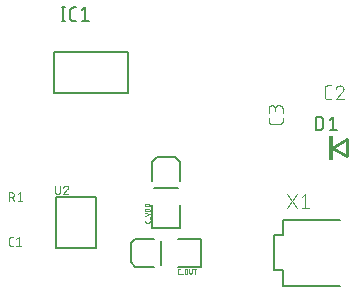
<source format=gbr>
G04 EAGLE Gerber X2 export*
%TF.Part,Single*%
%TF.FileFunction,Legend,Top,1*%
%TF.FilePolarity,Positive*%
%TF.GenerationSoftware,Autodesk,EAGLE,9.1.0*%
%TF.CreationDate,2018-08-06T08:24:04Z*%
G75*
%MOMM*%
%FSLAX34Y34*%
%LPD*%
%AMOC8*
5,1,8,0,0,1.08239X$1,22.5*%
G01*
%ADD10C,0.076200*%
%ADD11C,0.203200*%
%ADD12C,0.127000*%
%ADD13C,0.025400*%
%ADD14C,0.050800*%
%ADD15C,0.101600*%
%ADD16C,0.152400*%
%ADD17C,0.254000*%
%ADD18R,0.300000X2.100000*%


D10*
X35405Y56531D02*
X33768Y56531D01*
X33690Y56533D01*
X33612Y56538D01*
X33535Y56548D01*
X33458Y56561D01*
X33382Y56577D01*
X33307Y56597D01*
X33233Y56621D01*
X33160Y56648D01*
X33088Y56679D01*
X33018Y56713D01*
X32950Y56750D01*
X32883Y56791D01*
X32818Y56835D01*
X32756Y56881D01*
X32696Y56931D01*
X32638Y56983D01*
X32583Y57038D01*
X32531Y57096D01*
X32481Y57156D01*
X32435Y57218D01*
X32391Y57283D01*
X32350Y57350D01*
X32313Y57418D01*
X32279Y57488D01*
X32248Y57560D01*
X32221Y57633D01*
X32197Y57707D01*
X32177Y57782D01*
X32161Y57858D01*
X32148Y57935D01*
X32138Y58012D01*
X32133Y58090D01*
X32131Y58168D01*
X32131Y62260D01*
X32133Y62340D01*
X32139Y62420D01*
X32149Y62500D01*
X32162Y62579D01*
X32180Y62658D01*
X32201Y62735D01*
X32227Y62811D01*
X32256Y62886D01*
X32288Y62960D01*
X32324Y63032D01*
X32364Y63102D01*
X32407Y63169D01*
X32453Y63235D01*
X32503Y63298D01*
X32555Y63359D01*
X32610Y63418D01*
X32669Y63473D01*
X32729Y63525D01*
X32793Y63575D01*
X32859Y63621D01*
X32926Y63664D01*
X32996Y63704D01*
X33068Y63740D01*
X33142Y63772D01*
X33216Y63801D01*
X33293Y63827D01*
X33370Y63848D01*
X33449Y63866D01*
X33528Y63879D01*
X33608Y63889D01*
X33688Y63895D01*
X33768Y63897D01*
X35405Y63897D01*
X38250Y62260D02*
X40296Y63897D01*
X40296Y56531D01*
X38250Y56531D02*
X42342Y56531D01*
D11*
X175100Y62800D02*
X195100Y62800D01*
X195100Y38800D01*
X175100Y38800D01*
X155100Y62800D02*
X139100Y62800D01*
X135100Y58800D01*
X135100Y42800D01*
X139100Y38800D01*
X155100Y38800D01*
D12*
X161290Y40640D02*
X161290Y60960D01*
D13*
X175804Y33053D02*
X176651Y33053D01*
X175804Y33053D02*
X175749Y33055D01*
X175693Y33060D01*
X175639Y33069D01*
X175585Y33082D01*
X175532Y33098D01*
X175480Y33117D01*
X175429Y33140D01*
X175381Y33166D01*
X175333Y33196D01*
X175288Y33228D01*
X175246Y33263D01*
X175205Y33301D01*
X175167Y33342D01*
X175132Y33384D01*
X175100Y33429D01*
X175070Y33477D01*
X175044Y33525D01*
X175021Y33576D01*
X175002Y33628D01*
X174986Y33681D01*
X174973Y33735D01*
X174964Y33789D01*
X174959Y33845D01*
X174957Y33900D01*
X174958Y33900D02*
X174958Y36016D01*
X174957Y36016D02*
X174959Y36074D01*
X174965Y36131D01*
X174975Y36188D01*
X174988Y36245D01*
X175006Y36300D01*
X175027Y36353D01*
X175052Y36406D01*
X175080Y36456D01*
X175112Y36504D01*
X175147Y36551D01*
X175185Y36594D01*
X175226Y36635D01*
X175269Y36673D01*
X175316Y36708D01*
X175364Y36740D01*
X175414Y36768D01*
X175467Y36793D01*
X175520Y36814D01*
X175575Y36832D01*
X175632Y36845D01*
X175689Y36855D01*
X175746Y36861D01*
X175804Y36863D01*
X176651Y36863D01*
X177861Y32630D02*
X179554Y32630D01*
X180941Y34111D02*
X180941Y35805D01*
X180942Y35805D02*
X180944Y35869D01*
X180950Y35933D01*
X180959Y35996D01*
X180973Y36058D01*
X180990Y36120D01*
X181011Y36180D01*
X181035Y36239D01*
X181063Y36297D01*
X181095Y36352D01*
X181129Y36406D01*
X181167Y36457D01*
X181208Y36507D01*
X181252Y36553D01*
X181298Y36597D01*
X181348Y36638D01*
X181399Y36676D01*
X181453Y36710D01*
X181508Y36742D01*
X181566Y36770D01*
X181625Y36794D01*
X181685Y36815D01*
X181747Y36832D01*
X181809Y36846D01*
X181872Y36855D01*
X181936Y36861D01*
X182000Y36863D01*
X182064Y36861D01*
X182128Y36855D01*
X182191Y36846D01*
X182253Y36832D01*
X182315Y36815D01*
X182375Y36794D01*
X182434Y36770D01*
X182492Y36742D01*
X182547Y36710D01*
X182601Y36676D01*
X182652Y36638D01*
X182702Y36597D01*
X182748Y36553D01*
X182792Y36507D01*
X182833Y36457D01*
X182871Y36406D01*
X182905Y36352D01*
X182937Y36297D01*
X182965Y36239D01*
X182989Y36180D01*
X183010Y36120D01*
X183027Y36058D01*
X183041Y35996D01*
X183050Y35933D01*
X183056Y35869D01*
X183058Y35805D01*
X183058Y34111D01*
X183056Y34047D01*
X183050Y33983D01*
X183041Y33920D01*
X183027Y33858D01*
X183010Y33796D01*
X182989Y33736D01*
X182965Y33677D01*
X182937Y33619D01*
X182905Y33564D01*
X182871Y33510D01*
X182833Y33459D01*
X182792Y33409D01*
X182748Y33363D01*
X182702Y33319D01*
X182652Y33278D01*
X182601Y33240D01*
X182547Y33206D01*
X182492Y33174D01*
X182434Y33146D01*
X182375Y33122D01*
X182315Y33101D01*
X182253Y33084D01*
X182191Y33070D01*
X182128Y33061D01*
X182064Y33055D01*
X182000Y33053D01*
X181936Y33055D01*
X181872Y33061D01*
X181809Y33070D01*
X181747Y33084D01*
X181685Y33101D01*
X181625Y33122D01*
X181566Y33146D01*
X181508Y33174D01*
X181453Y33206D01*
X181399Y33240D01*
X181348Y33278D01*
X181298Y33319D01*
X181252Y33363D01*
X181208Y33409D01*
X181167Y33459D01*
X181129Y33510D01*
X181095Y33564D01*
X181063Y33619D01*
X181035Y33677D01*
X181011Y33736D01*
X180990Y33796D01*
X180973Y33858D01*
X180959Y33920D01*
X180950Y33983D01*
X180944Y34047D01*
X180942Y34111D01*
X184721Y34111D02*
X184721Y36863D01*
X184721Y34111D02*
X184723Y34047D01*
X184729Y33983D01*
X184738Y33920D01*
X184752Y33858D01*
X184769Y33796D01*
X184790Y33736D01*
X184814Y33677D01*
X184842Y33619D01*
X184874Y33564D01*
X184908Y33510D01*
X184946Y33459D01*
X184987Y33409D01*
X185031Y33363D01*
X185077Y33319D01*
X185127Y33278D01*
X185178Y33240D01*
X185232Y33206D01*
X185287Y33174D01*
X185345Y33146D01*
X185404Y33122D01*
X185464Y33101D01*
X185526Y33084D01*
X185588Y33070D01*
X185651Y33061D01*
X185715Y33055D01*
X185779Y33053D01*
X185843Y33055D01*
X185907Y33061D01*
X185970Y33070D01*
X186032Y33084D01*
X186094Y33101D01*
X186154Y33122D01*
X186213Y33146D01*
X186271Y33174D01*
X186326Y33206D01*
X186380Y33240D01*
X186431Y33278D01*
X186481Y33319D01*
X186527Y33363D01*
X186571Y33409D01*
X186612Y33459D01*
X186650Y33510D01*
X186684Y33564D01*
X186716Y33619D01*
X186744Y33677D01*
X186768Y33736D01*
X186789Y33796D01*
X186806Y33858D01*
X186820Y33920D01*
X186829Y33983D01*
X186835Y34047D01*
X186837Y34111D01*
X186837Y36863D01*
X189315Y36863D02*
X189315Y33053D01*
X188256Y36863D02*
X190373Y36863D01*
D11*
X177100Y71600D02*
X177100Y91600D01*
X177100Y71600D02*
X153100Y71600D01*
X153100Y91600D01*
X177100Y111600D02*
X177100Y127600D01*
X173100Y131600D01*
X157100Y131600D01*
X153100Y127600D01*
X153100Y111600D01*
D12*
X154940Y105410D02*
X175260Y105410D01*
D13*
X151163Y78020D02*
X151163Y77174D01*
X151161Y77116D01*
X151155Y77059D01*
X151145Y77002D01*
X151132Y76945D01*
X151114Y76890D01*
X151093Y76837D01*
X151068Y76784D01*
X151040Y76734D01*
X151008Y76686D01*
X150973Y76639D01*
X150935Y76596D01*
X150894Y76555D01*
X150851Y76517D01*
X150804Y76482D01*
X150756Y76450D01*
X150706Y76422D01*
X150653Y76397D01*
X150600Y76376D01*
X150545Y76358D01*
X150488Y76345D01*
X150431Y76335D01*
X150374Y76329D01*
X150316Y76327D01*
X148200Y76327D01*
X148142Y76329D01*
X148085Y76335D01*
X148028Y76345D01*
X147971Y76358D01*
X147916Y76376D01*
X147863Y76397D01*
X147810Y76422D01*
X147760Y76450D01*
X147712Y76482D01*
X147665Y76517D01*
X147622Y76555D01*
X147581Y76596D01*
X147543Y76639D01*
X147508Y76686D01*
X147476Y76734D01*
X147448Y76784D01*
X147423Y76837D01*
X147402Y76890D01*
X147384Y76945D01*
X147371Y77002D01*
X147361Y77059D01*
X147355Y77116D01*
X147353Y77174D01*
X147353Y78020D01*
X151586Y79230D02*
X151586Y80924D01*
X151163Y83369D02*
X147353Y82099D01*
X147353Y84639D02*
X151163Y83369D01*
X151163Y86090D02*
X147353Y86090D01*
X147353Y87148D01*
X147355Y87212D01*
X147361Y87276D01*
X147370Y87339D01*
X147384Y87401D01*
X147401Y87463D01*
X147422Y87523D01*
X147446Y87582D01*
X147474Y87640D01*
X147506Y87695D01*
X147540Y87749D01*
X147578Y87800D01*
X147619Y87850D01*
X147663Y87896D01*
X147709Y87940D01*
X147759Y87981D01*
X147810Y88019D01*
X147864Y88053D01*
X147919Y88085D01*
X147977Y88113D01*
X148036Y88137D01*
X148096Y88158D01*
X148158Y88175D01*
X148220Y88189D01*
X148284Y88198D01*
X148347Y88204D01*
X148411Y88206D01*
X148411Y88207D02*
X150105Y88207D01*
X150105Y88206D02*
X150169Y88204D01*
X150233Y88198D01*
X150296Y88189D01*
X150358Y88175D01*
X150420Y88158D01*
X150480Y88137D01*
X150539Y88113D01*
X150597Y88085D01*
X150652Y88053D01*
X150706Y88019D01*
X150757Y87981D01*
X150807Y87940D01*
X150853Y87896D01*
X150897Y87850D01*
X150938Y87800D01*
X150976Y87749D01*
X151010Y87695D01*
X151042Y87640D01*
X151070Y87582D01*
X151094Y87523D01*
X151115Y87463D01*
X151132Y87401D01*
X151146Y87339D01*
X151155Y87276D01*
X151161Y87212D01*
X151163Y87148D01*
X151163Y86090D01*
X151163Y89991D02*
X147353Y89991D01*
X147353Y91050D01*
X147355Y91114D01*
X147361Y91178D01*
X147370Y91241D01*
X147384Y91303D01*
X147401Y91365D01*
X147422Y91425D01*
X147446Y91484D01*
X147474Y91542D01*
X147506Y91597D01*
X147540Y91651D01*
X147578Y91702D01*
X147619Y91752D01*
X147663Y91798D01*
X147709Y91842D01*
X147759Y91883D01*
X147810Y91921D01*
X147864Y91955D01*
X147919Y91987D01*
X147977Y92015D01*
X148036Y92039D01*
X148096Y92060D01*
X148158Y92077D01*
X148220Y92091D01*
X148284Y92100D01*
X148347Y92106D01*
X148411Y92108D01*
X150105Y92108D01*
X150169Y92106D01*
X150233Y92100D01*
X150296Y92091D01*
X150358Y92077D01*
X150420Y92060D01*
X150480Y92039D01*
X150539Y92015D01*
X150597Y91987D01*
X150652Y91955D01*
X150706Y91921D01*
X150757Y91883D01*
X150807Y91842D01*
X150853Y91798D01*
X150897Y91752D01*
X150938Y91702D01*
X150976Y91651D01*
X151010Y91597D01*
X151042Y91542D01*
X151070Y91484D01*
X151094Y91425D01*
X151115Y91365D01*
X151132Y91303D01*
X151146Y91241D01*
X151155Y91178D01*
X151161Y91114D01*
X151163Y91050D01*
X151163Y89991D01*
D10*
X32131Y94631D02*
X32131Y101997D01*
X34177Y101997D01*
X34266Y101995D01*
X34355Y101989D01*
X34444Y101979D01*
X34532Y101966D01*
X34620Y101949D01*
X34707Y101927D01*
X34792Y101902D01*
X34877Y101874D01*
X34960Y101841D01*
X35042Y101805D01*
X35122Y101766D01*
X35200Y101723D01*
X35276Y101677D01*
X35351Y101627D01*
X35423Y101574D01*
X35492Y101518D01*
X35559Y101459D01*
X35624Y101398D01*
X35685Y101333D01*
X35744Y101266D01*
X35800Y101197D01*
X35853Y101125D01*
X35903Y101050D01*
X35949Y100974D01*
X35992Y100896D01*
X36031Y100816D01*
X36067Y100734D01*
X36100Y100651D01*
X36128Y100566D01*
X36153Y100481D01*
X36175Y100394D01*
X36192Y100306D01*
X36205Y100218D01*
X36215Y100129D01*
X36221Y100040D01*
X36223Y99951D01*
X36221Y99862D01*
X36215Y99773D01*
X36205Y99684D01*
X36192Y99596D01*
X36175Y99508D01*
X36153Y99421D01*
X36128Y99336D01*
X36100Y99251D01*
X36067Y99168D01*
X36031Y99086D01*
X35992Y99006D01*
X35949Y98928D01*
X35903Y98852D01*
X35853Y98777D01*
X35800Y98705D01*
X35744Y98636D01*
X35685Y98569D01*
X35624Y98504D01*
X35559Y98443D01*
X35492Y98384D01*
X35423Y98328D01*
X35351Y98275D01*
X35276Y98225D01*
X35200Y98179D01*
X35122Y98136D01*
X35042Y98097D01*
X34960Y98061D01*
X34877Y98028D01*
X34792Y98000D01*
X34707Y97975D01*
X34620Y97953D01*
X34532Y97936D01*
X34444Y97923D01*
X34355Y97913D01*
X34266Y97907D01*
X34177Y97905D01*
X32131Y97905D01*
X34586Y97905D02*
X36223Y94631D01*
X39395Y100360D02*
X41441Y101997D01*
X41441Y94631D01*
X39395Y94631D02*
X43487Y94631D01*
D12*
X71900Y98200D02*
X105900Y98200D01*
X105900Y55200D01*
X71900Y55200D01*
X71900Y98200D01*
D14*
X71154Y102430D02*
X71154Y107566D01*
X71154Y102430D02*
X71156Y102343D01*
X71162Y102255D01*
X71171Y102168D01*
X71185Y102082D01*
X71202Y101996D01*
X71223Y101912D01*
X71248Y101828D01*
X71277Y101745D01*
X71309Y101664D01*
X71344Y101584D01*
X71383Y101506D01*
X71426Y101429D01*
X71472Y101355D01*
X71521Y101283D01*
X71573Y101213D01*
X71629Y101145D01*
X71687Y101080D01*
X71748Y101017D01*
X71812Y100958D01*
X71879Y100901D01*
X71947Y100847D01*
X72019Y100796D01*
X72092Y100749D01*
X72167Y100704D01*
X72245Y100663D01*
X72324Y100626D01*
X72404Y100592D01*
X72486Y100562D01*
X72569Y100535D01*
X72654Y100512D01*
X72739Y100493D01*
X72825Y100478D01*
X72912Y100466D01*
X72999Y100458D01*
X73086Y100454D01*
X73174Y100454D01*
X73261Y100458D01*
X73348Y100466D01*
X73435Y100478D01*
X73521Y100493D01*
X73606Y100512D01*
X73691Y100535D01*
X73774Y100562D01*
X73856Y100592D01*
X73936Y100626D01*
X74015Y100663D01*
X74093Y100704D01*
X74168Y100749D01*
X74241Y100796D01*
X74313Y100847D01*
X74381Y100901D01*
X74448Y100958D01*
X74512Y101017D01*
X74573Y101080D01*
X74631Y101145D01*
X74687Y101213D01*
X74739Y101283D01*
X74788Y101355D01*
X74834Y101429D01*
X74877Y101506D01*
X74916Y101584D01*
X74951Y101664D01*
X74983Y101745D01*
X75012Y101828D01*
X75037Y101912D01*
X75058Y101996D01*
X75075Y102082D01*
X75089Y102168D01*
X75098Y102255D01*
X75104Y102343D01*
X75106Y102430D01*
X75105Y102430D02*
X75105Y107566D01*
X80414Y107566D02*
X80496Y107564D01*
X80578Y107558D01*
X80660Y107549D01*
X80741Y107536D01*
X80821Y107519D01*
X80901Y107498D01*
X80979Y107474D01*
X81056Y107446D01*
X81132Y107415D01*
X81207Y107380D01*
X81279Y107341D01*
X81350Y107300D01*
X81419Y107255D01*
X81485Y107207D01*
X81550Y107156D01*
X81612Y107102D01*
X81671Y107045D01*
X81728Y106986D01*
X81782Y106924D01*
X81833Y106859D01*
X81881Y106793D01*
X81926Y106724D01*
X81967Y106653D01*
X82006Y106581D01*
X82041Y106506D01*
X82072Y106430D01*
X82100Y106353D01*
X82124Y106275D01*
X82145Y106195D01*
X82162Y106115D01*
X82175Y106034D01*
X82184Y105952D01*
X82190Y105870D01*
X82192Y105788D01*
X80414Y107566D02*
X80321Y107564D01*
X80229Y107558D01*
X80137Y107549D01*
X80045Y107536D01*
X79954Y107519D01*
X79864Y107499D01*
X79774Y107475D01*
X79686Y107447D01*
X79598Y107415D01*
X79513Y107381D01*
X79428Y107342D01*
X79346Y107301D01*
X79265Y107256D01*
X79185Y107207D01*
X79108Y107156D01*
X79033Y107102D01*
X78961Y107044D01*
X78891Y106984D01*
X78823Y106920D01*
X78758Y106855D01*
X78695Y106786D01*
X78636Y106715D01*
X78579Y106642D01*
X78525Y106566D01*
X78475Y106489D01*
X78427Y106409D01*
X78383Y106328D01*
X78343Y106244D01*
X78305Y106160D01*
X78271Y106073D01*
X78241Y105986D01*
X81599Y104405D02*
X81660Y104466D01*
X81718Y104529D01*
X81773Y104595D01*
X81826Y104663D01*
X81875Y104734D01*
X81920Y104806D01*
X81963Y104881D01*
X82002Y104957D01*
X82038Y105036D01*
X82070Y105115D01*
X82098Y105196D01*
X82123Y105279D01*
X82144Y105362D01*
X82161Y105446D01*
X82175Y105531D01*
X82184Y105616D01*
X82190Y105702D01*
X82192Y105788D01*
X81599Y104405D02*
X78241Y100454D01*
X82192Y100454D01*
D11*
X256800Y65800D02*
X264300Y65800D01*
X264300Y78800D01*
X312300Y78800D01*
X312300Y22800D02*
X264300Y22800D01*
X264300Y35800D01*
X256800Y35800D01*
X256800Y65800D01*
D15*
X267808Y88808D02*
X275597Y100492D01*
X267808Y100492D02*
X275597Y88808D01*
X279887Y97896D02*
X283133Y100492D01*
X283133Y88808D01*
X286378Y88808D02*
X279887Y88808D01*
D16*
X70360Y185910D02*
X70360Y220510D01*
X132840Y220510D02*
X132840Y185910D01*
X132840Y220510D02*
X70360Y220510D01*
X70360Y185910D02*
X132840Y185910D01*
D12*
X78105Y247015D02*
X78105Y258445D01*
X76835Y247015D02*
X79375Y247015D01*
X79375Y258445D02*
X76835Y258445D01*
X86577Y247015D02*
X89117Y247015D01*
X86577Y247015D02*
X86477Y247017D01*
X86378Y247023D01*
X86278Y247033D01*
X86180Y247046D01*
X86081Y247064D01*
X85984Y247085D01*
X85888Y247110D01*
X85792Y247139D01*
X85698Y247172D01*
X85605Y247208D01*
X85514Y247248D01*
X85424Y247292D01*
X85336Y247339D01*
X85250Y247389D01*
X85166Y247443D01*
X85084Y247500D01*
X85005Y247560D01*
X84927Y247624D01*
X84853Y247690D01*
X84781Y247759D01*
X84712Y247831D01*
X84646Y247905D01*
X84582Y247983D01*
X84522Y248062D01*
X84465Y248144D01*
X84411Y248228D01*
X84361Y248314D01*
X84314Y248402D01*
X84270Y248492D01*
X84230Y248583D01*
X84194Y248676D01*
X84161Y248770D01*
X84132Y248866D01*
X84107Y248962D01*
X84086Y249059D01*
X84068Y249158D01*
X84055Y249256D01*
X84045Y249356D01*
X84039Y249455D01*
X84037Y249555D01*
X84037Y255905D01*
X84039Y256005D01*
X84045Y256104D01*
X84055Y256204D01*
X84068Y256302D01*
X84086Y256401D01*
X84107Y256498D01*
X84132Y256594D01*
X84161Y256690D01*
X84194Y256784D01*
X84230Y256877D01*
X84270Y256968D01*
X84314Y257058D01*
X84361Y257146D01*
X84411Y257232D01*
X84465Y257316D01*
X84522Y257398D01*
X84582Y257477D01*
X84646Y257555D01*
X84712Y257629D01*
X84781Y257701D01*
X84853Y257770D01*
X84927Y257836D01*
X85005Y257900D01*
X85084Y257960D01*
X85166Y258017D01*
X85250Y258071D01*
X85336Y258121D01*
X85424Y258168D01*
X85514Y258212D01*
X85605Y258252D01*
X85698Y258288D01*
X85792Y258321D01*
X85888Y258350D01*
X85984Y258375D01*
X86081Y258396D01*
X86180Y258414D01*
X86278Y258427D01*
X86378Y258437D01*
X86477Y258443D01*
X86577Y258445D01*
X89117Y258445D01*
X93599Y255905D02*
X96774Y258445D01*
X96774Y247015D01*
X93599Y247015D02*
X99949Y247015D01*
D17*
X305500Y139700D02*
X318000Y146700D01*
X318000Y132700D01*
X305500Y139700D01*
D12*
X291735Y154695D02*
X291735Y166125D01*
X294910Y166125D01*
X295021Y166123D01*
X295131Y166117D01*
X295242Y166108D01*
X295352Y166094D01*
X295461Y166077D01*
X295570Y166056D01*
X295678Y166031D01*
X295785Y166002D01*
X295891Y165970D01*
X295996Y165934D01*
X296099Y165894D01*
X296201Y165851D01*
X296302Y165804D01*
X296401Y165753D01*
X296498Y165700D01*
X296592Y165643D01*
X296685Y165582D01*
X296776Y165519D01*
X296865Y165452D01*
X296951Y165382D01*
X297034Y165309D01*
X297116Y165234D01*
X297194Y165156D01*
X297269Y165074D01*
X297342Y164991D01*
X297412Y164905D01*
X297479Y164816D01*
X297542Y164725D01*
X297603Y164632D01*
X297660Y164538D01*
X297713Y164441D01*
X297764Y164342D01*
X297811Y164241D01*
X297854Y164139D01*
X297894Y164036D01*
X297930Y163931D01*
X297962Y163825D01*
X297991Y163718D01*
X298016Y163610D01*
X298037Y163501D01*
X298054Y163392D01*
X298068Y163282D01*
X298077Y163171D01*
X298083Y163061D01*
X298085Y162950D01*
X298085Y157870D01*
X298083Y157759D01*
X298077Y157649D01*
X298068Y157538D01*
X298054Y157428D01*
X298037Y157319D01*
X298016Y157210D01*
X297991Y157102D01*
X297962Y156995D01*
X297930Y156889D01*
X297894Y156784D01*
X297854Y156681D01*
X297811Y156579D01*
X297764Y156478D01*
X297713Y156379D01*
X297660Y156282D01*
X297603Y156188D01*
X297542Y156095D01*
X297479Y156004D01*
X297412Y155915D01*
X297342Y155829D01*
X297269Y155746D01*
X297194Y155664D01*
X297116Y155586D01*
X297034Y155511D01*
X296951Y155438D01*
X296865Y155368D01*
X296776Y155301D01*
X296685Y155238D01*
X296592Y155177D01*
X296498Y155120D01*
X296401Y155067D01*
X296302Y155016D01*
X296201Y154969D01*
X296099Y154926D01*
X295996Y154886D01*
X295891Y154850D01*
X295785Y154818D01*
X295678Y154789D01*
X295570Y154764D01*
X295461Y154743D01*
X295352Y154726D01*
X295242Y154712D01*
X295131Y154703D01*
X295021Y154697D01*
X294910Y154695D01*
X291735Y154695D01*
X303546Y163585D02*
X306721Y166125D01*
X306721Y154695D01*
X303546Y154695D02*
X309896Y154695D01*
D18*
X305000Y139700D03*
D15*
X263792Y162239D02*
X263792Y164836D01*
X263792Y162239D02*
X263790Y162140D01*
X263784Y162040D01*
X263775Y161941D01*
X263762Y161843D01*
X263745Y161745D01*
X263724Y161647D01*
X263699Y161551D01*
X263671Y161456D01*
X263639Y161362D01*
X263604Y161269D01*
X263565Y161177D01*
X263522Y161087D01*
X263477Y160999D01*
X263427Y160912D01*
X263375Y160828D01*
X263319Y160745D01*
X263261Y160665D01*
X263199Y160587D01*
X263134Y160512D01*
X263066Y160439D01*
X262996Y160369D01*
X262923Y160301D01*
X262848Y160236D01*
X262770Y160174D01*
X262690Y160116D01*
X262607Y160060D01*
X262523Y160008D01*
X262436Y159958D01*
X262348Y159913D01*
X262258Y159870D01*
X262166Y159831D01*
X262073Y159796D01*
X261979Y159764D01*
X261884Y159736D01*
X261788Y159711D01*
X261690Y159690D01*
X261592Y159673D01*
X261494Y159660D01*
X261395Y159651D01*
X261295Y159645D01*
X261196Y159643D01*
X254704Y159643D01*
X254704Y159642D02*
X254605Y159644D01*
X254505Y159650D01*
X254406Y159659D01*
X254308Y159672D01*
X254210Y159690D01*
X254112Y159710D01*
X254016Y159735D01*
X253920Y159763D01*
X253826Y159795D01*
X253733Y159830D01*
X253642Y159869D01*
X253552Y159912D01*
X253463Y159957D01*
X253377Y160007D01*
X253292Y160059D01*
X253210Y160115D01*
X253130Y160174D01*
X253052Y160235D01*
X252976Y160300D01*
X252903Y160368D01*
X252833Y160438D01*
X252765Y160511D01*
X252700Y160587D01*
X252639Y160665D01*
X252580Y160745D01*
X252524Y160827D01*
X252472Y160912D01*
X252423Y160998D01*
X252377Y161087D01*
X252334Y161177D01*
X252295Y161268D01*
X252260Y161361D01*
X252228Y161455D01*
X252200Y161551D01*
X252175Y161647D01*
X252155Y161745D01*
X252137Y161843D01*
X252124Y161941D01*
X252115Y162040D01*
X252109Y162139D01*
X252107Y162239D01*
X252108Y162239D02*
X252108Y164836D01*
X263792Y169201D02*
X263792Y172446D01*
X263790Y172559D01*
X263784Y172672D01*
X263774Y172785D01*
X263760Y172898D01*
X263743Y173010D01*
X263721Y173121D01*
X263696Y173231D01*
X263666Y173341D01*
X263633Y173449D01*
X263596Y173556D01*
X263556Y173662D01*
X263511Y173766D01*
X263463Y173869D01*
X263412Y173970D01*
X263357Y174069D01*
X263299Y174166D01*
X263237Y174261D01*
X263172Y174354D01*
X263104Y174444D01*
X263033Y174532D01*
X262958Y174618D01*
X262881Y174701D01*
X262801Y174781D01*
X262718Y174858D01*
X262632Y174933D01*
X262544Y175004D01*
X262454Y175072D01*
X262361Y175137D01*
X262266Y175199D01*
X262169Y175257D01*
X262070Y175312D01*
X261969Y175363D01*
X261866Y175411D01*
X261762Y175456D01*
X261656Y175496D01*
X261549Y175533D01*
X261441Y175566D01*
X261331Y175596D01*
X261221Y175621D01*
X261110Y175643D01*
X260998Y175660D01*
X260885Y175674D01*
X260772Y175684D01*
X260659Y175690D01*
X260546Y175692D01*
X260433Y175690D01*
X260320Y175684D01*
X260207Y175674D01*
X260094Y175660D01*
X259982Y175643D01*
X259871Y175621D01*
X259761Y175596D01*
X259651Y175566D01*
X259543Y175533D01*
X259436Y175496D01*
X259330Y175456D01*
X259226Y175411D01*
X259123Y175363D01*
X259022Y175312D01*
X258923Y175257D01*
X258826Y175199D01*
X258731Y175137D01*
X258638Y175072D01*
X258548Y175004D01*
X258460Y174933D01*
X258374Y174858D01*
X258291Y174781D01*
X258211Y174701D01*
X258134Y174618D01*
X258059Y174532D01*
X257988Y174444D01*
X257920Y174354D01*
X257855Y174261D01*
X257793Y174166D01*
X257735Y174069D01*
X257680Y173970D01*
X257629Y173869D01*
X257581Y173766D01*
X257536Y173662D01*
X257496Y173556D01*
X257459Y173449D01*
X257426Y173341D01*
X257396Y173231D01*
X257371Y173121D01*
X257349Y173010D01*
X257332Y172898D01*
X257318Y172785D01*
X257308Y172672D01*
X257302Y172559D01*
X257300Y172446D01*
X252108Y173096D02*
X252108Y169201D01*
X252108Y173096D02*
X252110Y173197D01*
X252116Y173297D01*
X252126Y173397D01*
X252139Y173497D01*
X252157Y173596D01*
X252178Y173695D01*
X252203Y173792D01*
X252232Y173889D01*
X252265Y173984D01*
X252301Y174078D01*
X252341Y174170D01*
X252384Y174261D01*
X252431Y174350D01*
X252481Y174437D01*
X252535Y174523D01*
X252592Y174606D01*
X252652Y174686D01*
X252715Y174765D01*
X252782Y174841D01*
X252851Y174914D01*
X252923Y174984D01*
X252997Y175052D01*
X253074Y175117D01*
X253154Y175178D01*
X253236Y175237D01*
X253320Y175292D01*
X253406Y175344D01*
X253494Y175393D01*
X253584Y175438D01*
X253676Y175480D01*
X253769Y175518D01*
X253864Y175552D01*
X253959Y175583D01*
X254056Y175610D01*
X254154Y175633D01*
X254253Y175653D01*
X254353Y175668D01*
X254453Y175680D01*
X254553Y175688D01*
X254654Y175692D01*
X254754Y175692D01*
X254855Y175688D01*
X254955Y175680D01*
X255055Y175668D01*
X255155Y175653D01*
X255254Y175633D01*
X255352Y175610D01*
X255449Y175583D01*
X255544Y175552D01*
X255639Y175518D01*
X255732Y175480D01*
X255824Y175438D01*
X255914Y175393D01*
X256002Y175344D01*
X256088Y175292D01*
X256172Y175237D01*
X256254Y175178D01*
X256334Y175117D01*
X256411Y175052D01*
X256485Y174984D01*
X256557Y174914D01*
X256626Y174841D01*
X256693Y174765D01*
X256756Y174686D01*
X256816Y174606D01*
X256873Y174523D01*
X256927Y174437D01*
X256977Y174350D01*
X257024Y174261D01*
X257067Y174170D01*
X257107Y174078D01*
X257143Y173984D01*
X257176Y173889D01*
X257205Y173792D01*
X257230Y173695D01*
X257251Y173596D01*
X257269Y173497D01*
X257282Y173397D01*
X257292Y173297D01*
X257298Y173197D01*
X257300Y173096D01*
X257301Y173096D02*
X257301Y170499D01*
X301939Y180708D02*
X304536Y180708D01*
X301939Y180708D02*
X301840Y180710D01*
X301740Y180716D01*
X301641Y180725D01*
X301543Y180738D01*
X301445Y180755D01*
X301347Y180776D01*
X301251Y180801D01*
X301156Y180829D01*
X301062Y180861D01*
X300969Y180896D01*
X300877Y180935D01*
X300787Y180978D01*
X300699Y181023D01*
X300612Y181073D01*
X300528Y181125D01*
X300445Y181181D01*
X300365Y181239D01*
X300287Y181301D01*
X300212Y181366D01*
X300139Y181434D01*
X300069Y181504D01*
X300001Y181577D01*
X299936Y181652D01*
X299874Y181730D01*
X299816Y181810D01*
X299760Y181893D01*
X299708Y181977D01*
X299658Y182064D01*
X299613Y182152D01*
X299570Y182242D01*
X299531Y182334D01*
X299496Y182427D01*
X299464Y182521D01*
X299436Y182616D01*
X299411Y182712D01*
X299390Y182810D01*
X299373Y182908D01*
X299360Y183006D01*
X299351Y183105D01*
X299345Y183205D01*
X299343Y183304D01*
X299343Y189796D01*
X299345Y189895D01*
X299351Y189995D01*
X299360Y190094D01*
X299373Y190192D01*
X299390Y190290D01*
X299411Y190388D01*
X299436Y190484D01*
X299464Y190579D01*
X299496Y190673D01*
X299531Y190766D01*
X299570Y190858D01*
X299613Y190948D01*
X299658Y191036D01*
X299708Y191123D01*
X299760Y191207D01*
X299816Y191290D01*
X299874Y191370D01*
X299936Y191448D01*
X300001Y191523D01*
X300069Y191596D01*
X300139Y191666D01*
X300212Y191734D01*
X300287Y191799D01*
X300365Y191861D01*
X300445Y191919D01*
X300528Y191975D01*
X300612Y192027D01*
X300699Y192077D01*
X300787Y192122D01*
X300877Y192165D01*
X300969Y192204D01*
X301061Y192239D01*
X301156Y192271D01*
X301251Y192299D01*
X301347Y192324D01*
X301445Y192345D01*
X301543Y192362D01*
X301641Y192375D01*
X301740Y192384D01*
X301840Y192390D01*
X301939Y192392D01*
X304536Y192392D01*
X312471Y192392D02*
X312578Y192390D01*
X312684Y192384D01*
X312790Y192374D01*
X312896Y192361D01*
X313002Y192343D01*
X313106Y192322D01*
X313210Y192297D01*
X313313Y192268D01*
X313414Y192236D01*
X313514Y192199D01*
X313613Y192159D01*
X313711Y192116D01*
X313807Y192069D01*
X313901Y192018D01*
X313993Y191964D01*
X314083Y191907D01*
X314171Y191847D01*
X314256Y191783D01*
X314339Y191716D01*
X314420Y191646D01*
X314498Y191574D01*
X314574Y191498D01*
X314646Y191420D01*
X314716Y191339D01*
X314783Y191256D01*
X314847Y191171D01*
X314907Y191083D01*
X314964Y190993D01*
X315018Y190901D01*
X315069Y190807D01*
X315116Y190711D01*
X315159Y190613D01*
X315199Y190514D01*
X315236Y190414D01*
X315268Y190313D01*
X315297Y190210D01*
X315322Y190106D01*
X315343Y190002D01*
X315361Y189896D01*
X315374Y189790D01*
X315384Y189684D01*
X315390Y189578D01*
X315392Y189471D01*
X312471Y192392D02*
X312350Y192390D01*
X312229Y192384D01*
X312109Y192374D01*
X311988Y192361D01*
X311869Y192343D01*
X311749Y192322D01*
X311631Y192297D01*
X311514Y192268D01*
X311397Y192235D01*
X311282Y192199D01*
X311168Y192158D01*
X311055Y192115D01*
X310943Y192067D01*
X310834Y192016D01*
X310726Y191961D01*
X310619Y191903D01*
X310515Y191842D01*
X310413Y191777D01*
X310313Y191709D01*
X310215Y191638D01*
X310119Y191564D01*
X310026Y191487D01*
X309936Y191406D01*
X309848Y191323D01*
X309763Y191237D01*
X309680Y191148D01*
X309601Y191057D01*
X309524Y190963D01*
X309451Y190867D01*
X309381Y190769D01*
X309314Y190668D01*
X309250Y190565D01*
X309190Y190460D01*
X309133Y190353D01*
X309079Y190245D01*
X309029Y190135D01*
X308983Y190023D01*
X308940Y189910D01*
X308901Y189795D01*
X314419Y187199D02*
X314498Y187276D01*
X314574Y187357D01*
X314647Y187440D01*
X314717Y187525D01*
X314784Y187613D01*
X314848Y187703D01*
X314908Y187795D01*
X314965Y187890D01*
X315019Y187986D01*
X315070Y188084D01*
X315117Y188184D01*
X315161Y188286D01*
X315201Y188389D01*
X315237Y188493D01*
X315269Y188599D01*
X315298Y188705D01*
X315323Y188813D01*
X315345Y188921D01*
X315362Y189031D01*
X315376Y189140D01*
X315385Y189250D01*
X315391Y189361D01*
X315393Y189471D01*
X314418Y187199D02*
X308901Y180708D01*
X315392Y180708D01*
M02*

</source>
